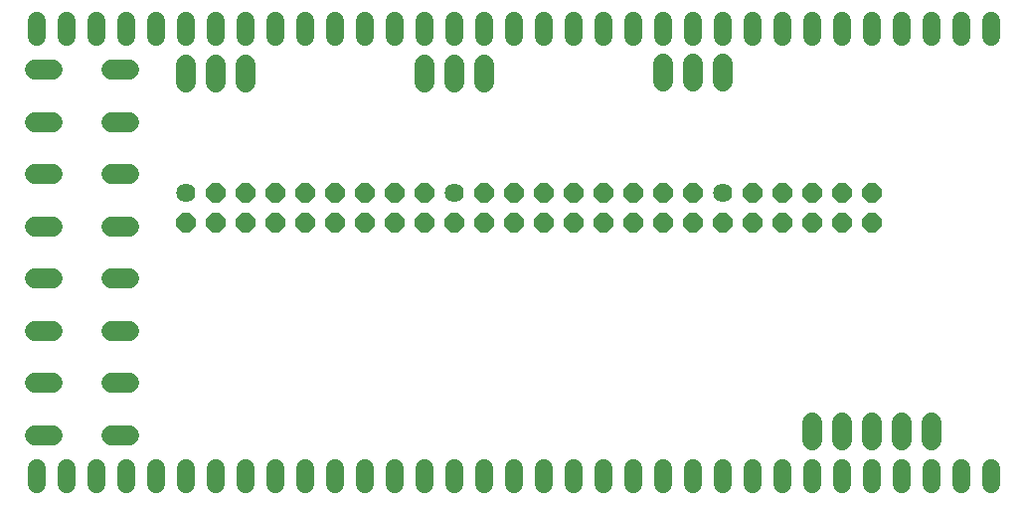
<source format=gbs>
G75*
%MOIN*%
%OFA0B0*%
%FSLAX25Y25*%
%IPPOS*%
%LPD*%
%AMOC8*
5,1,8,0,0,1.08239X$1,22.5*
%
%ADD10C,0.06000*%
%ADD11C,0.06400*%
%ADD12OC8,0.06400*%
%ADD13C,0.06800*%
D10*
X0017200Y0014600D02*
X0017200Y0019800D01*
X0027200Y0019800D02*
X0027200Y0014600D01*
X0037200Y0014600D02*
X0037200Y0019800D01*
X0047200Y0019800D02*
X0047200Y0014600D01*
X0057200Y0014600D02*
X0057200Y0019800D01*
X0067200Y0019800D02*
X0067200Y0014600D01*
X0077200Y0014600D02*
X0077200Y0019800D01*
X0087200Y0019800D02*
X0087200Y0014600D01*
X0097200Y0014600D02*
X0097200Y0019800D01*
X0107200Y0019800D02*
X0107200Y0014600D01*
X0117200Y0014600D02*
X0117200Y0019800D01*
X0127200Y0019800D02*
X0127200Y0014600D01*
X0137200Y0014600D02*
X0137200Y0019800D01*
X0147200Y0019800D02*
X0147200Y0014600D01*
X0157200Y0014600D02*
X0157200Y0019800D01*
X0167200Y0019800D02*
X0167200Y0014600D01*
X0177200Y0014600D02*
X0177200Y0019800D01*
X0187200Y0019800D02*
X0187200Y0014600D01*
X0197200Y0014600D02*
X0197200Y0019800D01*
X0207200Y0019800D02*
X0207200Y0014600D01*
X0217200Y0014600D02*
X0217200Y0019800D01*
X0227200Y0019800D02*
X0227200Y0014600D01*
X0237200Y0014600D02*
X0237200Y0019800D01*
X0247200Y0019800D02*
X0247200Y0014600D01*
X0257200Y0014600D02*
X0257200Y0019800D01*
X0267200Y0019800D02*
X0267200Y0014600D01*
X0277200Y0014600D02*
X0277200Y0019800D01*
X0287200Y0019800D02*
X0287200Y0014600D01*
X0297200Y0014600D02*
X0297200Y0019800D01*
X0307200Y0019800D02*
X0307200Y0014600D01*
X0317200Y0014600D02*
X0317200Y0019800D01*
X0327200Y0019800D02*
X0327200Y0014600D01*
X0337200Y0014600D02*
X0337200Y0019800D01*
X0337200Y0164600D02*
X0337200Y0169800D01*
X0327200Y0169800D02*
X0327200Y0164600D01*
X0317200Y0164600D02*
X0317200Y0169800D01*
X0307200Y0169800D02*
X0307200Y0164600D01*
X0297200Y0164600D02*
X0297200Y0169800D01*
X0287200Y0169800D02*
X0287200Y0164600D01*
X0277200Y0164600D02*
X0277200Y0169800D01*
X0267200Y0169800D02*
X0267200Y0164600D01*
X0257200Y0164600D02*
X0257200Y0169800D01*
X0247200Y0169800D02*
X0247200Y0164600D01*
X0237200Y0164600D02*
X0237200Y0169800D01*
X0227200Y0169800D02*
X0227200Y0164600D01*
X0217200Y0164600D02*
X0217200Y0169800D01*
X0207200Y0169800D02*
X0207200Y0164600D01*
X0197200Y0164600D02*
X0197200Y0169800D01*
X0187200Y0169800D02*
X0187200Y0164600D01*
X0177200Y0164600D02*
X0177200Y0169800D01*
X0167200Y0169800D02*
X0167200Y0164600D01*
X0157200Y0164600D02*
X0157200Y0169800D01*
X0147200Y0169800D02*
X0147200Y0164600D01*
X0137200Y0164600D02*
X0137200Y0169800D01*
X0127200Y0169800D02*
X0127200Y0164600D01*
X0117200Y0164600D02*
X0117200Y0169800D01*
X0107200Y0169800D02*
X0107200Y0164600D01*
X0097200Y0164600D02*
X0097200Y0169800D01*
X0087200Y0169800D02*
X0087200Y0164600D01*
X0077200Y0164600D02*
X0077200Y0169800D01*
X0067200Y0169800D02*
X0067200Y0164600D01*
X0057200Y0164600D02*
X0057200Y0169800D01*
X0047200Y0169800D02*
X0047200Y0164600D01*
X0037200Y0164600D02*
X0037200Y0169800D01*
X0027200Y0169800D02*
X0027200Y0164600D01*
X0017200Y0164600D02*
X0017200Y0169800D01*
D11*
X0067200Y0112200D03*
X0157200Y0112200D03*
X0247200Y0112200D03*
D12*
X0237200Y0112200D03*
X0227200Y0112200D03*
X0217200Y0112200D03*
X0207200Y0112200D03*
X0197200Y0112200D03*
X0187200Y0112200D03*
X0177200Y0112200D03*
X0167200Y0112200D03*
X0167200Y0102200D03*
X0157200Y0102200D03*
X0147200Y0102200D03*
X0137200Y0102200D03*
X0127200Y0102200D03*
X0117200Y0102200D03*
X0107200Y0102200D03*
X0097200Y0102200D03*
X0087200Y0102200D03*
X0077200Y0102200D03*
X0067200Y0102200D03*
X0077200Y0112200D03*
X0087200Y0112200D03*
X0097200Y0112200D03*
X0107200Y0112200D03*
X0117200Y0112200D03*
X0127200Y0112200D03*
X0137200Y0112200D03*
X0147200Y0112200D03*
X0177200Y0102200D03*
X0187200Y0102200D03*
X0197200Y0102200D03*
X0207200Y0102200D03*
X0217200Y0102200D03*
X0227200Y0102200D03*
X0237200Y0102200D03*
X0247200Y0102200D03*
X0257200Y0102200D03*
X0267200Y0102200D03*
X0277200Y0102200D03*
X0287200Y0102200D03*
X0297200Y0102200D03*
X0297200Y0112200D03*
X0287200Y0112200D03*
X0277200Y0112200D03*
X0267200Y0112200D03*
X0257200Y0112200D03*
D13*
X0247200Y0149700D02*
X0247200Y0155700D01*
X0237200Y0155700D02*
X0237200Y0149700D01*
X0227200Y0149700D02*
X0227200Y0155700D01*
X0167200Y0155200D02*
X0167200Y0149200D01*
X0157200Y0149200D02*
X0157200Y0155200D01*
X0147200Y0155200D02*
X0147200Y0149200D01*
X0087200Y0149200D02*
X0087200Y0155200D01*
X0077200Y0155200D02*
X0077200Y0149200D01*
X0067200Y0149200D02*
X0067200Y0155200D01*
X0048000Y0153600D02*
X0042000Y0153600D01*
X0022400Y0153600D02*
X0016400Y0153600D01*
X0016400Y0135800D02*
X0022400Y0135800D01*
X0042000Y0135800D02*
X0048000Y0135800D01*
X0048000Y0118600D02*
X0042000Y0118600D01*
X0022400Y0118600D02*
X0016400Y0118600D01*
X0016400Y0100800D02*
X0022400Y0100800D01*
X0042000Y0100800D02*
X0048000Y0100800D01*
X0048000Y0083600D02*
X0042000Y0083600D01*
X0022400Y0083600D02*
X0016400Y0083600D01*
X0016400Y0065800D02*
X0022400Y0065800D01*
X0042000Y0065800D02*
X0048000Y0065800D01*
X0048000Y0048600D02*
X0042000Y0048600D01*
X0022400Y0048600D02*
X0016400Y0048600D01*
X0016400Y0030800D02*
X0022400Y0030800D01*
X0042000Y0030800D02*
X0048000Y0030800D01*
X0277200Y0029200D02*
X0277200Y0035200D01*
X0287200Y0035200D02*
X0287200Y0029200D01*
X0297200Y0029200D02*
X0297200Y0035200D01*
X0307200Y0035200D02*
X0307200Y0029200D01*
X0317200Y0029200D02*
X0317200Y0035200D01*
M02*

</source>
